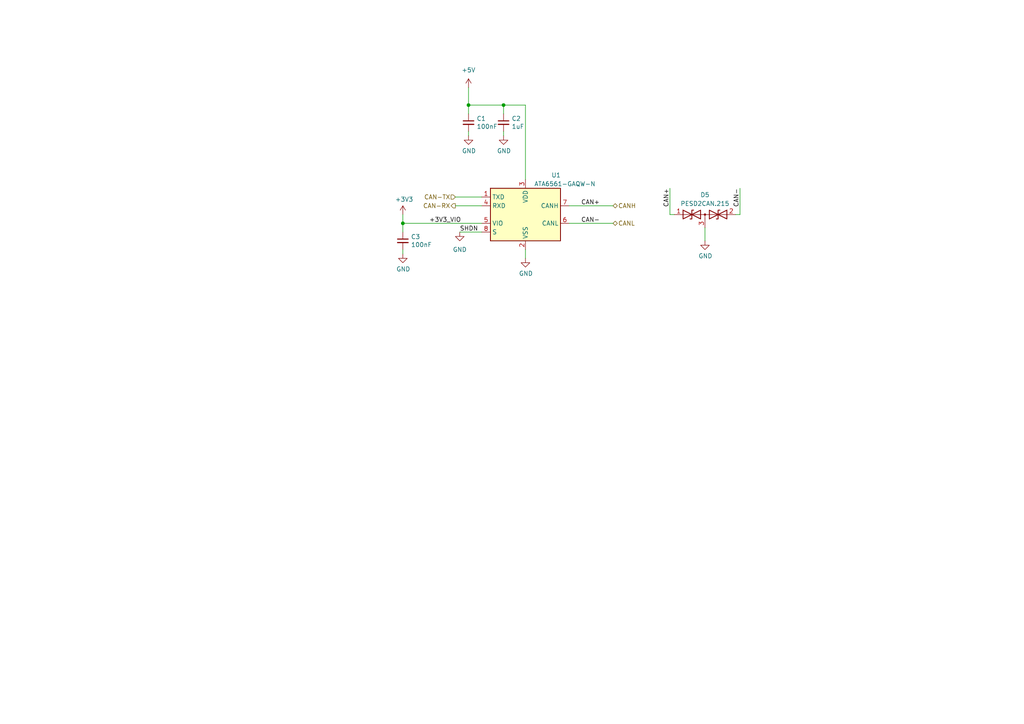
<source format=kicad_sch>
(kicad_sch (version 20230121) (generator eeschema)

  (uuid f3f35859-b0e6-43a4-b051-cc15d77ef13f)

  (paper "A4")

  (lib_symbols
    (symbol "Device:C_Small" (pin_numbers hide) (pin_names (offset 0.254) hide) (in_bom yes) (on_board yes)
      (property "Reference" "C" (at 0.254 1.778 0)
        (effects (font (size 1.27 1.27)) (justify left))
      )
      (property "Value" "C_Small" (at 0.254 -2.032 0)
        (effects (font (size 1.27 1.27)) (justify left))
      )
      (property "Footprint" "" (at 0 0 0)
        (effects (font (size 1.27 1.27)) hide)
      )
      (property "Datasheet" "~" (at 0 0 0)
        (effects (font (size 1.27 1.27)) hide)
      )
      (property "ki_keywords" "capacitor cap" (at 0 0 0)
        (effects (font (size 1.27 1.27)) hide)
      )
      (property "ki_description" "Unpolarized capacitor, small symbol" (at 0 0 0)
        (effects (font (size 1.27 1.27)) hide)
      )
      (property "ki_fp_filters" "C_*" (at 0 0 0)
        (effects (font (size 1.27 1.27)) hide)
      )
      (symbol "C_Small_0_1"
        (polyline
          (pts
            (xy -1.524 -0.508)
            (xy 1.524 -0.508)
          )
          (stroke (width 0.3302) (type default))
          (fill (type none))
        )
        (polyline
          (pts
            (xy -1.524 0.508)
            (xy 1.524 0.508)
          )
          (stroke (width 0.3048) (type default))
          (fill (type none))
        )
      )
      (symbol "C_Small_1_1"
        (pin passive line (at 0 2.54 270) (length 2.032)
          (name "~" (effects (font (size 1.27 1.27))))
          (number "1" (effects (font (size 1.27 1.27))))
        )
        (pin passive line (at 0 -2.54 90) (length 2.032)
          (name "~" (effects (font (size 1.27 1.27))))
          (number "2" (effects (font (size 1.27 1.27))))
        )
      )
    )
    (symbol "Interface_CAN_LIN:MCP2558FD-xSN" (in_bom yes) (on_board yes)
      (property "Reference" "U" (at -10.16 10.16 0)
        (effects (font (size 1.27 1.27)) (justify left))
      )
      (property "Value" "MCP2558FD-xSN" (at 2.54 10.16 0)
        (effects (font (size 1.27 1.27)) (justify left))
      )
      (property "Footprint" "Package_SO:SOIC-8_3.9x4.9mm_P1.27mm" (at 0 -15.24 0)
        (effects (font (size 1.27 1.27)) hide)
      )
      (property "Datasheet" "https://ww1.microchip.com/downloads/en/DeviceDoc/20005533A.pdf" (at 0 0 0)
        (effects (font (size 1.27 1.27)) hide)
      )
      (property "ki_keywords" "CAN FD Transceiver" (at 0 0 0)
        (effects (font (size 1.27 1.27)) hide)
      )
      (property "ki_description" "CAN FD Transceiver with Silent Mode, up to 8 Mbps, SOIC-8" (at 0 0 0)
        (effects (font (size 1.27 1.27)) hide)
      )
      (property "ki_fp_filters" "SOIC*3.9x4.9*P1.27mm*" (at 0 0 0)
        (effects (font (size 1.27 1.27)) hide)
      )
      (symbol "MCP2558FD-xSN_0_1"
        (rectangle (start -10.16 7.62) (end 10.16 -7.62)
          (stroke (width 0.254) (type default))
          (fill (type background))
        )
      )
      (symbol "MCP2558FD-xSN_1_1"
        (pin input line (at -12.7 5.08 0) (length 2.54)
          (name "TXD" (effects (font (size 1.27 1.27))))
          (number "1" (effects (font (size 1.27 1.27))))
        )
        (pin power_in line (at 0 -10.16 90) (length 2.54)
          (name "VSS" (effects (font (size 1.27 1.27))))
          (number "2" (effects (font (size 1.27 1.27))))
        )
        (pin power_in line (at 0 10.16 270) (length 2.54)
          (name "VDD" (effects (font (size 1.27 1.27))))
          (number "3" (effects (font (size 1.27 1.27))))
        )
        (pin output line (at -12.7 2.54 0) (length 2.54)
          (name "RXD" (effects (font (size 1.27 1.27))))
          (number "4" (effects (font (size 1.27 1.27))))
        )
        (pin power_in line (at -12.7 -2.54 0) (length 2.54)
          (name "VIO" (effects (font (size 1.27 1.27))))
          (number "5" (effects (font (size 1.27 1.27))))
        )
        (pin bidirectional line (at 12.7 -2.54 180) (length 2.54)
          (name "CANL" (effects (font (size 1.27 1.27))))
          (number "6" (effects (font (size 1.27 1.27))))
        )
        (pin bidirectional line (at 12.7 2.54 180) (length 2.54)
          (name "CANH" (effects (font (size 1.27 1.27))))
          (number "7" (effects (font (size 1.27 1.27))))
        )
        (pin input line (at -12.7 -5.08 0) (length 2.54)
          (name "S" (effects (font (size 1.27 1.27))))
          (number "8" (effects (font (size 1.27 1.27))))
        )
      )
    )
    (symbol "Steering_wheel:D_TVS_x2_AAC-Device" (pin_names (offset 1.016) hide) (in_bom yes) (on_board yes)
      (property "Reference" "D" (at 0 4.445 0)
        (effects (font (size 1.27 1.27)))
      )
      (property "Value" "Device_D_TVS_x2_AAC" (at 0 2.54 0)
        (effects (font (size 1.27 1.27)))
      )
      (property "Footprint" "" (at -3.81 0 0)
        (effects (font (size 1.27 1.27)) hide)
      )
      (property "Datasheet" "" (at -3.81 0 0)
        (effects (font (size 1.27 1.27)) hide)
      )
      (symbol "D_TVS_x2_AAC-Device_0_0"
        (polyline
          (pts
            (xy 0 -1.27)
            (xy 0 0)
          )
          (stroke (width 0) (type solid))
          (fill (type none))
        )
      )
      (symbol "D_TVS_x2_AAC-Device_0_1"
        (polyline
          (pts
            (xy -6.35 0)
            (xy 6.35 0)
          )
          (stroke (width 0) (type solid))
          (fill (type none))
        )
        (polyline
          (pts
            (xy -3.302 1.27)
            (xy -3.81 1.27)
            (xy -3.81 -1.27)
            (xy -4.318 -1.27)
          )
          (stroke (width 0.254) (type solid))
          (fill (type none))
        )
        (polyline
          (pts
            (xy 4.318 1.27)
            (xy 3.81 1.27)
            (xy 3.81 -1.27)
            (xy 3.302 -1.27)
          )
          (stroke (width 0.254) (type solid))
          (fill (type none))
        )
        (polyline
          (pts
            (xy -6.35 1.27)
            (xy -1.27 -1.27)
            (xy -1.27 1.27)
            (xy -6.35 -1.27)
            (xy -6.35 1.27)
          )
          (stroke (width 0.254) (type solid))
          (fill (type none))
        )
        (polyline
          (pts
            (xy 6.35 1.27)
            (xy 1.27 -1.27)
            (xy 1.27 1.27)
            (xy 6.35 -1.27)
            (xy 6.35 1.27)
          )
          (stroke (width 0.254) (type solid))
          (fill (type none))
        )
        (circle (center 0 0) (radius 0.254)
          (stroke (width 0) (type solid))
          (fill (type outline))
        )
      )
      (symbol "D_TVS_x2_AAC-Device_1_1"
        (pin passive line (at -8.89 0 0) (length 2.54)
          (name "A1" (effects (font (size 1.27 1.27))))
          (number "1" (effects (font (size 1.27 1.27))))
        )
        (pin passive line (at 8.89 0 180) (length 2.54)
          (name "A2" (effects (font (size 1.27 1.27))))
          (number "2" (effects (font (size 1.27 1.27))))
        )
        (pin input line (at 0 -3.81 90) (length 2.54)
          (name "common" (effects (font (size 1.27 1.27))))
          (number "3" (effects (font (size 1.27 1.27))))
        )
      )
    )
    (symbol "power:+3V3" (power) (pin_names (offset 0)) (in_bom yes) (on_board yes)
      (property "Reference" "#PWR" (at 0 -3.81 0)
        (effects (font (size 1.27 1.27)) hide)
      )
      (property "Value" "+3V3" (at 0 3.556 0)
        (effects (font (size 1.27 1.27)))
      )
      (property "Footprint" "" (at 0 0 0)
        (effects (font (size 1.27 1.27)) hide)
      )
      (property "Datasheet" "" (at 0 0 0)
        (effects (font (size 1.27 1.27)) hide)
      )
      (property "ki_keywords" "global power" (at 0 0 0)
        (effects (font (size 1.27 1.27)) hide)
      )
      (property "ki_description" "Power symbol creates a global label with name \"+3V3\"" (at 0 0 0)
        (effects (font (size 1.27 1.27)) hide)
      )
      (symbol "+3V3_0_1"
        (polyline
          (pts
            (xy -0.762 1.27)
            (xy 0 2.54)
          )
          (stroke (width 0) (type default))
          (fill (type none))
        )
        (polyline
          (pts
            (xy 0 0)
            (xy 0 2.54)
          )
          (stroke (width 0) (type default))
          (fill (type none))
        )
        (polyline
          (pts
            (xy 0 2.54)
            (xy 0.762 1.27)
          )
          (stroke (width 0) (type default))
          (fill (type none))
        )
      )
      (symbol "+3V3_1_1"
        (pin power_in line (at 0 0 90) (length 0) hide
          (name "+3V3" (effects (font (size 1.27 1.27))))
          (number "1" (effects (font (size 1.27 1.27))))
        )
      )
    )
    (symbol "power:+5V" (power) (pin_names (offset 0)) (in_bom yes) (on_board yes)
      (property "Reference" "#PWR" (at 0 -3.81 0)
        (effects (font (size 1.27 1.27)) hide)
      )
      (property "Value" "+5V" (at 0 3.556 0)
        (effects (font (size 1.27 1.27)))
      )
      (property "Footprint" "" (at 0 0 0)
        (effects (font (size 1.27 1.27)) hide)
      )
      (property "Datasheet" "" (at 0 0 0)
        (effects (font (size 1.27 1.27)) hide)
      )
      (property "ki_keywords" "global power" (at 0 0 0)
        (effects (font (size 1.27 1.27)) hide)
      )
      (property "ki_description" "Power symbol creates a global label with name \"+5V\"" (at 0 0 0)
        (effects (font (size 1.27 1.27)) hide)
      )
      (symbol "+5V_0_1"
        (polyline
          (pts
            (xy -0.762 1.27)
            (xy 0 2.54)
          )
          (stroke (width 0) (type default))
          (fill (type none))
        )
        (polyline
          (pts
            (xy 0 0)
            (xy 0 2.54)
          )
          (stroke (width 0) (type default))
          (fill (type none))
        )
        (polyline
          (pts
            (xy 0 2.54)
            (xy 0.762 1.27)
          )
          (stroke (width 0) (type default))
          (fill (type none))
        )
      )
      (symbol "+5V_1_1"
        (pin power_in line (at 0 0 90) (length 0) hide
          (name "+5V" (effects (font (size 1.27 1.27))))
          (number "1" (effects (font (size 1.27 1.27))))
        )
      )
    )
    (symbol "power:GND" (power) (pin_names (offset 0)) (in_bom yes) (on_board yes)
      (property "Reference" "#PWR" (at 0 -6.35 0)
        (effects (font (size 1.27 1.27)) hide)
      )
      (property "Value" "GND" (at 0 -3.81 0)
        (effects (font (size 1.27 1.27)))
      )
      (property "Footprint" "" (at 0 0 0)
        (effects (font (size 1.27 1.27)) hide)
      )
      (property "Datasheet" "" (at 0 0 0)
        (effects (font (size 1.27 1.27)) hide)
      )
      (property "ki_keywords" "global power" (at 0 0 0)
        (effects (font (size 1.27 1.27)) hide)
      )
      (property "ki_description" "Power symbol creates a global label with name \"GND\" , ground" (at 0 0 0)
        (effects (font (size 1.27 1.27)) hide)
      )
      (symbol "GND_0_1"
        (polyline
          (pts
            (xy 0 0)
            (xy 0 -1.27)
            (xy 1.27 -1.27)
            (xy 0 -2.54)
            (xy -1.27 -1.27)
            (xy 0 -1.27)
          )
          (stroke (width 0) (type default))
          (fill (type none))
        )
      )
      (symbol "GND_1_1"
        (pin power_in line (at 0 0 270) (length 0) hide
          (name "GND" (effects (font (size 1.27 1.27))))
          (number "1" (effects (font (size 1.27 1.27))))
        )
      )
    )
  )

  (junction (at 116.84 64.77) (diameter 0) (color 0 0 0 0)
    (uuid 70d2bc8d-122a-49df-9191-51cdbb0eddcd)
  )
  (junction (at 146.05 30.48) (diameter 0) (color 0 0 0 0)
    (uuid 7bbfc200-1775-4645-910c-e2e1d516c1c8)
  )
  (junction (at 135.89 30.48) (diameter 0) (color 0 0 0 0)
    (uuid d741d473-e81c-4bd2-b4d1-75414d4d4b58)
  )

  (wire (pts (xy 214.63 62.23) (xy 214.63 54.61))
    (stroke (width 0) (type default))
    (uuid 013e8a49-af9f-485e-bff0-1e294b901ee0)
  )
  (wire (pts (xy 139.7 57.15) (xy 132.08 57.15))
    (stroke (width 0) (type default))
    (uuid 0ba5d516-7904-47ba-9a4e-882540371be2)
  )
  (wire (pts (xy 116.84 64.77) (xy 139.7 64.77))
    (stroke (width 0) (type default))
    (uuid 15f26c48-29ca-46ec-96d9-d8bdee0d2ebf)
  )
  (wire (pts (xy 146.05 30.48) (xy 152.4 30.48))
    (stroke (width 0) (type default))
    (uuid 18ffae7c-078d-4518-8d28-03aabc005270)
  )
  (wire (pts (xy 165.1 59.69) (xy 177.8 59.69))
    (stroke (width 0) (type default))
    (uuid 1d9e791e-8521-4089-aa1d-9ce8919a37c1)
  )
  (wire (pts (xy 195.58 62.23) (xy 194.31 62.23))
    (stroke (width 0) (type default))
    (uuid 2afc3e52-1c61-40f3-8601-5bd1816d2f84)
  )
  (wire (pts (xy 116.84 62.23) (xy 116.84 64.77))
    (stroke (width 0) (type default))
    (uuid 34e07446-d378-407f-95ef-3780e20599f3)
  )
  (wire (pts (xy 135.89 30.48) (xy 146.05 30.48))
    (stroke (width 0) (type default))
    (uuid 35dea833-119f-4802-8a07-be986c23c95b)
  )
  (wire (pts (xy 204.47 69.85) (xy 204.47 66.04))
    (stroke (width 0) (type default))
    (uuid 4004116f-5d3b-4530-bb97-8fdfcf579f00)
  )
  (wire (pts (xy 139.7 59.69) (xy 132.08 59.69))
    (stroke (width 0) (type default))
    (uuid 43491270-cb44-45cf-a681-fa48197dfa6b)
  )
  (wire (pts (xy 146.05 33.02) (xy 146.05 30.48))
    (stroke (width 0) (type default))
    (uuid 4f5ef5c6-52cc-456a-81cd-ab502a523b88)
  )
  (wire (pts (xy 152.4 30.48) (xy 152.4 52.07))
    (stroke (width 0) (type default))
    (uuid 7c73538a-9b91-4644-aa07-180c21de1855)
  )
  (wire (pts (xy 146.05 39.37) (xy 146.05 38.1))
    (stroke (width 0) (type default))
    (uuid 9b3662a7-3764-4bba-88de-10819a11531d)
  )
  (wire (pts (xy 135.89 30.48) (xy 135.89 33.02))
    (stroke (width 0) (type default))
    (uuid b6985f80-6fc4-4f35-a4e6-c82f0f314266)
  )
  (wire (pts (xy 165.1 64.77) (xy 177.8 64.77))
    (stroke (width 0) (type default))
    (uuid c6e1a936-3d17-449f-b100-a7f9aba22748)
  )
  (wire (pts (xy 135.89 39.37) (xy 135.89 38.1))
    (stroke (width 0) (type default))
    (uuid c9af01c4-71d0-455c-8246-48883c1dcd29)
  )
  (wire (pts (xy 194.31 62.23) (xy 194.31 54.61))
    (stroke (width 0) (type default))
    (uuid d0861894-b90f-4663-9b4b-0df402799346)
  )
  (wire (pts (xy 152.4 72.39) (xy 152.4 74.93))
    (stroke (width 0) (type default))
    (uuid d92517d5-4c15-4062-8b8e-43366d0541e7)
  )
  (wire (pts (xy 135.89 25.4) (xy 135.89 30.48))
    (stroke (width 0) (type default))
    (uuid e421d62d-4767-4501-b3c6-de729d4e684a)
  )
  (wire (pts (xy 116.84 64.77) (xy 116.84 67.31))
    (stroke (width 0) (type default))
    (uuid e4f776a5-2996-44a2-803f-ba3abb233468)
  )
  (wire (pts (xy 213.36 62.23) (xy 214.63 62.23))
    (stroke (width 0) (type default))
    (uuid e59e6714-d8df-442c-94db-33382d9b9787)
  )
  (wire (pts (xy 133.35 67.31) (xy 139.7 67.31))
    (stroke (width 0) (type default))
    (uuid eec0c7c0-41a7-4961-ac30-f80301efa891)
  )
  (wire (pts (xy 116.84 73.66) (xy 116.84 72.39))
    (stroke (width 0) (type default))
    (uuid fe0a7c74-d17d-47fe-89b5-8b48dcb3674f)
  )

  (label "SHDN" (at 133.35 67.31 0) (fields_autoplaced)
    (effects (font (size 1.27 1.27)) (justify left bottom))
    (uuid 03d1353b-f326-484d-8b08-e399c7749e53)
  )
  (label "CAN-" (at 173.99 64.77 180) (fields_autoplaced)
    (effects (font (size 1.27 1.27)) (justify right bottom))
    (uuid 086ad3ae-8468-4349-87cd-d1e9e331accb)
  )
  (label "CAN+" (at 194.31 54.61 270) (fields_autoplaced)
    (effects (font (size 1.27 1.27)) (justify right bottom))
    (uuid 129b3653-113e-4ce6-846f-748b42ff8b8d)
  )
  (label "CAN-" (at 214.63 54.61 270) (fields_autoplaced)
    (effects (font (size 1.27 1.27)) (justify right bottom))
    (uuid 161aa267-8dc0-42af-b76e-91745dbb3be2)
  )
  (label "+3V3_VIO" (at 124.46 64.77 0) (fields_autoplaced)
    (effects (font (size 1.27 1.27)) (justify left bottom))
    (uuid a5377fbe-ab4c-4c61-92e5-8eb6cafa576f)
  )
  (label "CAN+" (at 173.99 59.69 180) (fields_autoplaced)
    (effects (font (size 1.27 1.27)) (justify right bottom))
    (uuid b6670d02-a119-48b3-9031-8abde87d8abe)
  )

  (hierarchical_label "CAN-RX" (shape output) (at 132.08 59.69 180) (fields_autoplaced)
    (effects (font (size 1.27 1.27)) (justify right))
    (uuid 4702c4a8-ac79-4c95-a4a5-25ceb6048514)
  )
  (hierarchical_label "CANL" (shape bidirectional) (at 177.8 64.77 0) (fields_autoplaced)
    (effects (font (size 1.27 1.27)) (justify left))
    (uuid 9bf9fb96-1aaa-415c-bc56-e7973060e60d)
  )
  (hierarchical_label "CANH" (shape bidirectional) (at 177.8 59.69 0) (fields_autoplaced)
    (effects (font (size 1.27 1.27)) (justify left))
    (uuid a1b5c7f9-c349-410d-9320-df8774695391)
  )
  (hierarchical_label "CAN-TX" (shape input) (at 132.08 57.15 180) (fields_autoplaced)
    (effects (font (size 1.27 1.27)) (justify right))
    (uuid b0754574-d2dd-4357-8904-41b13c102579)
  )

  (symbol (lib_id "Interface_CAN_LIN:MCP2558FD-xSN") (at 152.4 62.23 0) (unit 1)
    (in_bom yes) (on_board yes) (dnp no)
    (uuid 1879f865-4160-43a5-999a-c45cbc40ebbc)
    (property "Reference" "U4" (at 161.29 50.8 0)
      (effects (font (size 1.27 1.27)))
    )
    (property "Value" "ATA6561-GAQW-N" (at 163.83 53.34 0)
      (effects (font (size 1.27 1.27)))
    )
    (property "Footprint" "Package_SO:SOIC-8_3.9x4.9mm_P1.27mm" (at 152.4 77.47 0)
      (effects (font (size 1.27 1.27)) hide)
    )
    (property "Datasheet" "https://pl.mouser.com/datasheet/2/268/ATA6560_ATA6561_High_Speed_CAN_Transceiver_DS20005-1384933.pdf" (at 152.4 62.23 0)
      (effects (font (size 1.27 1.27)) hide)
    )
    (pin "3" (uuid 243e04f1-511a-4854-aa0e-8f5ca5593ee9))
    (pin "1" (uuid e9325a56-d842-4137-b403-1b22341090a1))
    (pin "4" (uuid a21b348e-e0f1-4164-bdd6-b985e31b9ce0))
    (pin "8" (uuid 5bfdeb2d-4f17-4e5b-91d4-0922330a6d23))
    (pin "5" (uuid d2bddd72-953c-40e8-8e61-0900c378b5fc))
    (pin "7" (uuid 84ad4b25-0545-40c5-aad5-b4f011006a50))
    (pin "6" (uuid 24fe0f3a-9a44-48fa-a442-ddac3668b1d2))
    (pin "2" (uuid d6b0a7e8-13cf-470d-bc88-b9d0c58fd2c6))
    (instances
      (project "Steering_wheel"
        (path "/0aa90e28-4005-4a42-b82e-6d9887b67114/85d8d15d-c815-4e4a-bb78-b078a8acc54c"
          (reference "U4") (unit 1)
        )
      )
      (project "KieraV2"
        (path "/2adfe43d-0bee-464e-af7f-3a7710e9abe1/00000000-0000-0000-0000-000061b3ee71"
          (reference "U?") (unit 1)
        )
        (path "/2adfe43d-0bee-464e-af7f-3a7710e9abe1/00000000-0000-0000-0000-000061a14add"
          (reference "U?") (unit 1)
        )
        (path "/2adfe43d-0bee-464e-af7f-3a7710e9abe1/00000000-0000-0000-0000-0000620e9ba8"
          (reference "U4") (unit 1)
        )
      )
      (project "CAN"
        (path "/f3f35859-b0e6-43a4-b051-cc15d77ef13f"
          (reference "U1") (unit 1)
        )
      )
    )
  )

  (symbol (lib_id "power:+3V3") (at 116.84 62.23 0) (unit 1)
    (in_bom yes) (on_board yes) (dnp no)
    (uuid 1927482a-1a5c-49f2-aacc-eb7a65eedd5d)
    (property "Reference" "#PWR0108" (at 116.84 66.04 0)
      (effects (font (size 1.27 1.27)) hide)
    )
    (property "Value" "+3V3" (at 117.221 57.8358 0)
      (effects (font (size 1.27 1.27)))
    )
    (property "Footprint" "" (at 116.84 62.23 0)
      (effects (font (size 1.27 1.27)) hide)
    )
    (property "Datasheet" "" (at 116.84 62.23 0)
      (effects (font (size 1.27 1.27)) hide)
    )
    (pin "1" (uuid d3aead7a-d411-4f7d-a355-e255b71c9f48))
    (instances
      (project "Steering_wheel"
        (path "/0aa90e28-4005-4a42-b82e-6d9887b67114/85d8d15d-c815-4e4a-bb78-b078a8acc54c"
          (reference "#PWR0108") (unit 1)
        )
      )
      (project "KieraV2"
        (path "/2adfe43d-0bee-464e-af7f-3a7710e9abe1/00000000-0000-0000-0000-000061a14add"
          (reference "#PWR?") (unit 1)
        )
        (path "/2adfe43d-0bee-464e-af7f-3a7710e9abe1/00000000-0000-0000-0000-000061b3ee71"
          (reference "#PWR?") (unit 1)
        )
        (path "/2adfe43d-0bee-464e-af7f-3a7710e9abe1/00000000-0000-0000-0000-000061a064b3"
          (reference "#PWR?") (unit 1)
        )
        (path "/2adfe43d-0bee-464e-af7f-3a7710e9abe1/00000000-0000-0000-0000-0000620e9ba8"
          (reference "#PWR032") (unit 1)
        )
        (path "/2adfe43d-0bee-464e-af7f-3a7710e9abe1/00000000-0000-0000-0000-000061a9d384"
          (reference "#PWR?") (unit 1)
        )
      )
      (project "CAN"
        (path "/f3f35859-b0e6-43a4-b051-cc15d77ef13f"
          (reference "#PWR03") (unit 1)
        )
      )
    )
  )

  (symbol (lib_id "power:GND") (at 146.05 39.37 0) (unit 1)
    (in_bom yes) (on_board yes) (dnp no)
    (uuid 61baa4ca-f9a9-450a-96a3-c584171fd515)
    (property "Reference" "#PWR0106" (at 146.05 45.72 0)
      (effects (font (size 1.27 1.27)) hide)
    )
    (property "Value" "GND" (at 146.177 43.7642 0)
      (effects (font (size 1.27 1.27)))
    )
    (property "Footprint" "" (at 146.05 39.37 0)
      (effects (font (size 1.27 1.27)) hide)
    )
    (property "Datasheet" "" (at 146.05 39.37 0)
      (effects (font (size 1.27 1.27)) hide)
    )
    (pin "1" (uuid c75a07b7-db20-4206-819c-870ab4f0d2a4))
    (instances
      (project "Steering_wheel"
        (path "/0aa90e28-4005-4a42-b82e-6d9887b67114/85d8d15d-c815-4e4a-bb78-b078a8acc54c"
          (reference "#PWR0106") (unit 1)
        )
      )
      (project "KieraV2"
        (path "/2adfe43d-0bee-464e-af7f-3a7710e9abe1/00000000-0000-0000-0000-000061a9d384"
          (reference "#PWR?") (unit 1)
        )
        (path "/2adfe43d-0bee-464e-af7f-3a7710e9abe1/00000000-0000-0000-0000-0000620e9ba8"
          (reference "#PWR035") (unit 1)
        )
        (path "/2adfe43d-0bee-464e-af7f-3a7710e9abe1/00000000-0000-0000-0000-000061b3ee71"
          (reference "#PWR?") (unit 1)
        )
        (path "/2adfe43d-0bee-464e-af7f-3a7710e9abe1/00000000-0000-0000-0000-000061a14add"
          (reference "#PWR?") (unit 1)
        )
      )
      (project "CAN"
        (path "/f3f35859-b0e6-43a4-b051-cc15d77ef13f"
          (reference "#PWR02") (unit 1)
        )
      )
    )
  )

  (symbol (lib_id "power:+5V") (at 135.89 25.4 0) (unit 1)
    (in_bom yes) (on_board yes) (dnp no) (fields_autoplaced)
    (uuid 6b5f8dc2-17d1-40fb-99dd-925fa4b0c3fd)
    (property "Reference" "#PWR023" (at 135.89 29.21 0)
      (effects (font (size 1.27 1.27)) hide)
    )
    (property "Value" "+5V" (at 135.89 20.32 0)
      (effects (font (size 1.27 1.27)))
    )
    (property "Footprint" "" (at 135.89 25.4 0)
      (effects (font (size 1.27 1.27)) hide)
    )
    (property "Datasheet" "" (at 135.89 25.4 0)
      (effects (font (size 1.27 1.27)) hide)
    )
    (pin "1" (uuid 9a34f32e-c0a1-44cf-a58a-1e7c475ea08f))
    (instances
      (project "Steering_wheel"
        (path "/0aa90e28-4005-4a42-b82e-6d9887b67114/85d8d15d-c815-4e4a-bb78-b078a8acc54c"
          (reference "#PWR023") (unit 1)
        )
      )
    )
  )

  (symbol (lib_id "power:GND") (at 204.47 69.85 0) (unit 1)
    (in_bom yes) (on_board yes) (dnp no)
    (uuid 6c1cc1a5-d672-41f3-811b-0894bba353b0)
    (property "Reference" "#PWR0110" (at 204.47 76.2 0)
      (effects (font (size 1.27 1.27)) hide)
    )
    (property "Value" "GND" (at 204.597 74.2442 0)
      (effects (font (size 1.27 1.27)))
    )
    (property "Footprint" "" (at 204.47 69.85 0)
      (effects (font (size 1.27 1.27)) hide)
    )
    (property "Datasheet" "" (at 204.47 69.85 0)
      (effects (font (size 1.27 1.27)) hide)
    )
    (pin "1" (uuid 3da94a2c-ea99-49ab-bb9c-593a4bb1f617))
    (instances
      (project "Steering_wheel"
        (path "/0aa90e28-4005-4a42-b82e-6d9887b67114/85d8d15d-c815-4e4a-bb78-b078a8acc54c"
          (reference "#PWR0110") (unit 1)
        )
      )
      (project "KieraV2"
        (path "/2adfe43d-0bee-464e-af7f-3a7710e9abe1/00000000-0000-0000-0000-000061a9d384"
          (reference "#PWR?") (unit 1)
        )
        (path "/2adfe43d-0bee-464e-af7f-3a7710e9abe1/00000000-0000-0000-0000-0000620e9ba8"
          (reference "#PWR033") (unit 1)
        )
        (path "/2adfe43d-0bee-464e-af7f-3a7710e9abe1/00000000-0000-0000-0000-000061b3ee71"
          (reference "#PWR?") (unit 1)
        )
        (path "/2adfe43d-0bee-464e-af7f-3a7710e9abe1/00000000-0000-0000-0000-000061a14add"
          (reference "#PWR?") (unit 1)
        )
      )
      (project "CAN"
        (path "/f3f35859-b0e6-43a4-b051-cc15d77ef13f"
          (reference "#PWR06") (unit 1)
        )
      )
    )
  )

  (symbol (lib_id "Device:C_Small") (at 146.05 35.56 0) (unit 1)
    (in_bom yes) (on_board yes) (dnp no)
    (uuid 834e21cc-bea6-4449-b704-743dea3cc5cc)
    (property "Reference" "C8" (at 148.3868 34.3916 0)
      (effects (font (size 1.27 1.27)) (justify left))
    )
    (property "Value" "1uF" (at 148.3868 36.703 0)
      (effects (font (size 1.27 1.27)) (justify left))
    )
    (property "Footprint" "Capacitor_SMD:C_0603_1608Metric" (at 146.05 35.56 0)
      (effects (font (size 1.27 1.27)) hide)
    )
    (property "Datasheet" "~" (at 146.05 35.56 0)
      (effects (font (size 1.27 1.27)) hide)
    )
    (pin "2" (uuid 32baad55-54f2-4ab3-a196-9d799117ea49))
    (pin "1" (uuid c08cf81d-c278-4d84-bcd7-b76781e1f105))
    (instances
      (project "Steering_wheel"
        (path "/0aa90e28-4005-4a42-b82e-6d9887b67114/85d8d15d-c815-4e4a-bb78-b078a8acc54c"
          (reference "C8") (unit 1)
        )
      )
      (project "KieraV2"
        (path "/2adfe43d-0bee-464e-af7f-3a7710e9abe1/00000000-0000-0000-0000-000061a9d384"
          (reference "C?") (unit 1)
        )
        (path "/2adfe43d-0bee-464e-af7f-3a7710e9abe1/00000000-0000-0000-0000-0000620e9ba8"
          (reference "C21") (unit 1)
        )
        (path "/2adfe43d-0bee-464e-af7f-3a7710e9abe1/00000000-0000-0000-0000-000061b3ee71"
          (reference "C?") (unit 1)
        )
        (path "/2adfe43d-0bee-464e-af7f-3a7710e9abe1/00000000-0000-0000-0000-000061a14add"
          (reference "C?") (unit 1)
        )
      )
      (project "CAN"
        (path "/f3f35859-b0e6-43a4-b051-cc15d77ef13f"
          (reference "C2") (unit 1)
        )
      )
    )
  )

  (symbol (lib_id "power:GND") (at 152.4 74.93 0) (unit 1)
    (in_bom yes) (on_board yes) (dnp no)
    (uuid d0619e70-7553-42d6-9ec6-76e4c7227b0a)
    (property "Reference" "#PWR0111" (at 152.4 81.28 0)
      (effects (font (size 1.27 1.27)) hide)
    )
    (property "Value" "GND" (at 152.527 79.3242 0)
      (effects (font (size 1.27 1.27)))
    )
    (property "Footprint" "" (at 152.4 74.93 0)
      (effects (font (size 1.27 1.27)) hide)
    )
    (property "Datasheet" "" (at 152.4 74.93 0)
      (effects (font (size 1.27 1.27)) hide)
    )
    (pin "1" (uuid 5466e672-a55d-4df7-a943-0f1e32dcfcf4))
    (instances
      (project "Steering_wheel"
        (path "/0aa90e28-4005-4a42-b82e-6d9887b67114/85d8d15d-c815-4e4a-bb78-b078a8acc54c"
          (reference "#PWR0111") (unit 1)
        )
      )
      (project "KieraV2"
        (path "/2adfe43d-0bee-464e-af7f-3a7710e9abe1/00000000-0000-0000-0000-000061a9d384"
          (reference "#PWR?") (unit 1)
        )
        (path "/2adfe43d-0bee-464e-af7f-3a7710e9abe1/00000000-0000-0000-0000-0000620e9ba8"
          (reference "#PWR037") (unit 1)
        )
        (path "/2adfe43d-0bee-464e-af7f-3a7710e9abe1/00000000-0000-0000-0000-000061b3ee71"
          (reference "#PWR?") (unit 1)
        )
        (path "/2adfe43d-0bee-464e-af7f-3a7710e9abe1/00000000-0000-0000-0000-000061a14add"
          (reference "#PWR?") (unit 1)
        )
      )
      (project "CAN"
        (path "/f3f35859-b0e6-43a4-b051-cc15d77ef13f"
          (reference "#PWR05") (unit 1)
        )
      )
    )
  )

  (symbol (lib_id "power:GND") (at 116.84 73.66 0) (unit 1)
    (in_bom yes) (on_board yes) (dnp no)
    (uuid d100fd88-f0aa-4f03-9151-e51057fab87b)
    (property "Reference" "#PWR0109" (at 116.84 80.01 0)
      (effects (font (size 1.27 1.27)) hide)
    )
    (property "Value" "GND" (at 116.967 78.0542 0)
      (effects (font (size 1.27 1.27)))
    )
    (property "Footprint" "" (at 116.84 73.66 0)
      (effects (font (size 1.27 1.27)) hide)
    )
    (property "Datasheet" "" (at 116.84 73.66 0)
      (effects (font (size 1.27 1.27)) hide)
    )
    (pin "1" (uuid 478655cb-3f18-4683-bc75-3e3efb8d5433))
    (instances
      (project "Steering_wheel"
        (path "/0aa90e28-4005-4a42-b82e-6d9887b67114/85d8d15d-c815-4e4a-bb78-b078a8acc54c"
          (reference "#PWR0109") (unit 1)
        )
      )
      (project "KieraV2"
        (path "/2adfe43d-0bee-464e-af7f-3a7710e9abe1/00000000-0000-0000-0000-000061a9d384"
          (reference "#PWR?") (unit 1)
        )
        (path "/2adfe43d-0bee-464e-af7f-3a7710e9abe1/00000000-0000-0000-0000-0000620e9ba8"
          (reference "#PWR036") (unit 1)
        )
        (path "/2adfe43d-0bee-464e-af7f-3a7710e9abe1/00000000-0000-0000-0000-000061b3ee71"
          (reference "#PWR?") (unit 1)
        )
        (path "/2adfe43d-0bee-464e-af7f-3a7710e9abe1/00000000-0000-0000-0000-000061a14add"
          (reference "#PWR?") (unit 1)
        )
      )
      (project "CAN"
        (path "/f3f35859-b0e6-43a4-b051-cc15d77ef13f"
          (reference "#PWR04") (unit 1)
        )
      )
    )
  )

  (symbol (lib_id "Steering_wheel:D_TVS_x2_AAC-Device") (at 204.47 62.23 0) (unit 1)
    (in_bom yes) (on_board yes) (dnp no) (fields_autoplaced)
    (uuid d8d8f408-1f44-46f6-8b80-aa2c20d5efa5)
    (property "Reference" "D5" (at 204.47 56.515 0)
      (effects (font (size 1.27 1.27)))
    )
    (property "Value" "PESD2CAN.215" (at 204.47 59.055 0)
      (effects (font (size 1.27 1.27)))
    )
    (property "Footprint" "Package_TO_SOT_SMD:SOT-23" (at 200.66 62.23 0)
      (effects (font (size 1.27 1.27)) hide)
    )
    (property "Datasheet" "https://pl.mouser.com/datasheet/2/916/PESD2CAN-1320343.pdf" (at 200.66 62.23 0)
      (effects (font (size 1.27 1.27)) hide)
    )
    (pin "1" (uuid e55b311f-5b4f-4042-b14f-7ad4a4acbf4d))
    (pin "2" (uuid 07977f7b-2920-418d-a230-78a84b2ef100))
    (pin "3" (uuid e98dbf3c-8a2f-462f-9a10-0f9a84016efa))
    (instances
      (project "Steering_wheel"
        (path "/0aa90e28-4005-4a42-b82e-6d9887b67114/85d8d15d-c815-4e4a-bb78-b078a8acc54c"
          (reference "D5") (unit 1)
        )
      )
    )
  )

  (symbol (lib_id "power:GND") (at 133.35 67.31 0) (unit 1)
    (in_bom yes) (on_board yes) (dnp no) (fields_autoplaced)
    (uuid dc277988-9d3c-4e31-8106-f609df5ebcfc)
    (property "Reference" "#PWR0104" (at 133.35 73.66 0)
      (effects (font (size 1.27 1.27)) hide)
    )
    (property "Value" "GND" (at 133.35 72.39 0)
      (effects (font (size 1.27 1.27)))
    )
    (property "Footprint" "" (at 133.35 67.31 0)
      (effects (font (size 1.27 1.27)) hide)
    )
    (property "Datasheet" "" (at 133.35 67.31 0)
      (effects (font (size 1.27 1.27)) hide)
    )
    (pin "1" (uuid 2206435e-f693-486b-83c5-7e79f8340317))
    (instances
      (project "Steering_wheel"
        (path "/0aa90e28-4005-4a42-b82e-6d9887b67114/85d8d15d-c815-4e4a-bb78-b078a8acc54c"
          (reference "#PWR0104") (unit 1)
        )
      )
      (project "CAN"
        (path "/f3f35859-b0e6-43a4-b051-cc15d77ef13f"
          (reference "#PWR07") (unit 1)
        )
      )
    )
  )

  (symbol (lib_id "power:GND") (at 135.89 39.37 0) (unit 1)
    (in_bom yes) (on_board yes) (dnp no)
    (uuid ea67f90e-919c-4f36-bf8e-4d670773a742)
    (property "Reference" "#PWR0107" (at 135.89 45.72 0)
      (effects (font (size 1.27 1.27)) hide)
    )
    (property "Value" "GND" (at 136.017 43.7642 0)
      (effects (font (size 1.27 1.27)))
    )
    (property "Footprint" "" (at 135.89 39.37 0)
      (effects (font (size 1.27 1.27)) hide)
    )
    (property "Datasheet" "" (at 135.89 39.37 0)
      (effects (font (size 1.27 1.27)) hide)
    )
    (pin "1" (uuid c3d321ed-8660-493d-8322-e082f4b45458))
    (instances
      (project "Steering_wheel"
        (path "/0aa90e28-4005-4a42-b82e-6d9887b67114/85d8d15d-c815-4e4a-bb78-b078a8acc54c"
          (reference "#PWR0107") (unit 1)
        )
      )
      (project "KieraV2"
        (path "/2adfe43d-0bee-464e-af7f-3a7710e9abe1/00000000-0000-0000-0000-000061a9d384"
          (reference "#PWR?") (unit 1)
        )
        (path "/2adfe43d-0bee-464e-af7f-3a7710e9abe1/00000000-0000-0000-0000-0000620e9ba8"
          (reference "#PWR034") (unit 1)
        )
        (path "/2adfe43d-0bee-464e-af7f-3a7710e9abe1/00000000-0000-0000-0000-000061b3ee71"
          (reference "#PWR?") (unit 1)
        )
        (path "/2adfe43d-0bee-464e-af7f-3a7710e9abe1/00000000-0000-0000-0000-000061a14add"
          (reference "#PWR?") (unit 1)
        )
      )
      (project "CAN"
        (path "/f3f35859-b0e6-43a4-b051-cc15d77ef13f"
          (reference "#PWR01") (unit 1)
        )
      )
    )
  )

  (symbol (lib_id "Device:C_Small") (at 116.84 69.85 0) (unit 1)
    (in_bom yes) (on_board yes) (dnp no)
    (uuid fb321cd7-6292-410a-a10c-aa0bef9bc6e9)
    (property "Reference" "C9" (at 119.1768 68.6816 0)
      (effects (font (size 1.27 1.27)) (justify left))
    )
    (property "Value" "100nF" (at 119.1768 70.993 0)
      (effects (font (size 1.27 1.27)) (justify left))
    )
    (property "Footprint" "Capacitor_SMD:C_0603_1608Metric" (at 116.84 69.85 0)
      (effects (font (size 1.27 1.27)) hide)
    )
    (property "Datasheet" "~" (at 116.84 69.85 0)
      (effects (font (size 1.27 1.27)) hide)
    )
    (pin "1" (uuid 980e83a9-fa21-4962-a2fa-6ee64db0a230))
    (pin "2" (uuid 8f3cb242-f4e0-4c1a-8427-3dd5289f280d))
    (instances
      (project "Steering_wheel"
        (path "/0aa90e28-4005-4a42-b82e-6d9887b67114/85d8d15d-c815-4e4a-bb78-b078a8acc54c"
          (reference "C9") (unit 1)
        )
      )
      (project "KieraV2"
        (path "/2adfe43d-0bee-464e-af7f-3a7710e9abe1/00000000-0000-0000-0000-000061a9d384"
          (reference "C?") (unit 1)
        )
        (path "/2adfe43d-0bee-464e-af7f-3a7710e9abe1/00000000-0000-0000-0000-0000620e9ba8"
          (reference "C22") (unit 1)
        )
        (path "/2adfe43d-0bee-464e-af7f-3a7710e9abe1/00000000-0000-0000-0000-000061b3ee71"
          (reference "C?") (unit 1)
        )
        (path "/2adfe43d-0bee-464e-af7f-3a7710e9abe1/00000000-0000-0000-0000-000061a14add"
          (reference "C?") (unit 1)
        )
      )
      (project "CAN"
        (path "/f3f35859-b0e6-43a4-b051-cc15d77ef13f"
          (reference "C3") (unit 1)
        )
      )
    )
  )

  (symbol (lib_id "Device:C_Small") (at 135.89 35.56 0) (unit 1)
    (in_bom yes) (on_board yes) (dnp no)
    (uuid fbe83747-e2d8-4674-898e-6b6e248bd5ef)
    (property "Reference" "C7" (at 138.2268 34.3916 0)
      (effects (font (size 1.27 1.27)) (justify left))
    )
    (property "Value" "100nF" (at 138.2268 36.703 0)
      (effects (font (size 1.27 1.27)) (justify left))
    )
    (property "Footprint" "Capacitor_SMD:C_0603_1608Metric" (at 135.89 35.56 0)
      (effects (font (size 1.27 1.27)) hide)
    )
    (property "Datasheet" "~" (at 135.89 35.56 0)
      (effects (font (size 1.27 1.27)) hide)
    )
    (pin "1" (uuid 38342882-3def-48cc-8db4-7d6f4c85ea15))
    (pin "2" (uuid f7dfaf93-75d2-4b86-8778-f899012fab5c))
    (instances
      (project "Steering_wheel"
        (path "/0aa90e28-4005-4a42-b82e-6d9887b67114/85d8d15d-c815-4e4a-bb78-b078a8acc54c"
          (reference "C7") (unit 1)
        )
      )
      (project "KieraV2"
        (path "/2adfe43d-0bee-464e-af7f-3a7710e9abe1/00000000-0000-0000-0000-000061a9d384"
          (reference "C?") (unit 1)
        )
        (path "/2adfe43d-0bee-464e-af7f-3a7710e9abe1/00000000-0000-0000-0000-0000620e9ba8"
          (reference "C20") (unit 1)
        )
        (path "/2adfe43d-0bee-464e-af7f-3a7710e9abe1/00000000-0000-0000-0000-000061b3ee71"
          (reference "C?") (unit 1)
        )
        (path "/2adfe43d-0bee-464e-af7f-3a7710e9abe1/00000000-0000-0000-0000-000061a14add"
          (reference "C?") (unit 1)
        )
      )
      (project "CAN"
        (path "/f3f35859-b0e6-43a4-b051-cc15d77ef13f"
          (reference "C1") (unit 1)
        )
      )
    )
  )
)

</source>
